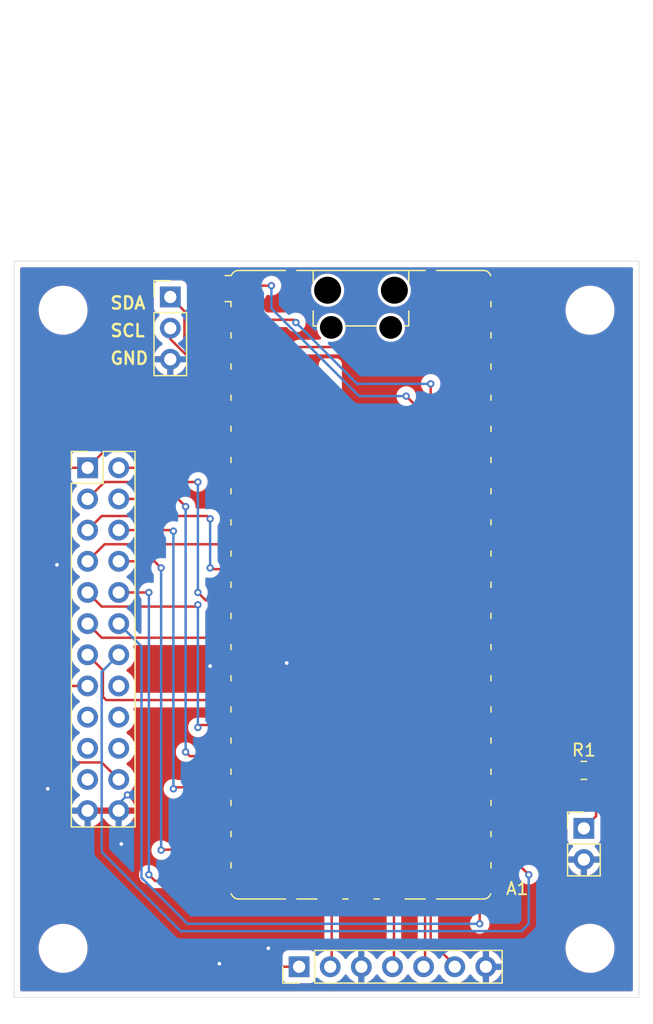
<source format=kicad_pcb>
(kicad_pcb (version 20241229) (generator "pcbnew") (generator_version "9.0")
  (layers (0 "F.Cu" signal) (2 "B.Cu" signal) (13 "F.Paste" user) (15 "B.Paste" user) (5 "F.SilkS" user "F.Silkscreen") (7 "B.SilkS" user "B.Silkscreen") (1 "F.Mask" user) (3 "B.Mask" user) (25 "Edge.Cuts" user))
  (net 0 "")
  (net 4 "SWDIO")
  (net 5 "GND")
  (net 10 "R1_COS_B")
  (net 11 "+3.3V")
  (net 14 "R0_PTT_B")
  (net 15 "DAC_LRCK")
  (net 16 "R0_COS_B")
  (net 17 "I2C_SCL")
  (net 18 "UART_RX")
  (net 19 "ADC_BCK")
  (net 20 "R0_CTCSS_B")
  (net 21 "DAC_DIN")
  (net 22 "ADC_DOUT")
  (net 23 "R1_PTT_B")
  (net 24 "~{ADC_RST}")
  (net 27 "R1_CTCSS_B")
  (net 29 "ADC_SCK")
  (net 30 "UART_TX")
  (net 31 "ADC_LRCK")
  (net 33 "DAC_BCK")
  (net 34 "SWCLK")
  (net 35 "I2C_SDA")
  (net 42 "Net-(A1-GPIO18)")
  (net 43 "LED0")
  (footprint "Module:RaspberryPi_Pico_SMD_HandSolder" (layer "F.Cu") (at 175.31 93.37)
    (property "Reference" "A1" (at 11.7475 24.765 0) (layer "F.SilkS") (effects (justify left)))
    (property "Value" "RaspberryPi_Pico")
    (fp_line (start -10.61 -23.07) (end -11.09 -23.07) (stroke (width 0.12)) (layer "F.SilkS"))
    (fp_line (start -10.61 -23.07) (end -10.61 -22.65) (stroke (width 0.12)) (layer "F.SilkS"))
    (fp_line (start -10.61 -20.53) (end -10.61 -20.11) (stroke (width 0.12)) (layer "F.SilkS"))
    (fp_line (start -10.61 -17.99) (end -10.61 -17.57) (stroke (width 0.12)) (layer "F.SilkS"))
    (fp_line (start -10.61 -15.45) (end -10.61 -15.03) (stroke (width 0.12)) (layer "F.SilkS"))
    (fp_line (start -10.61 -12.91) (end -10.61 -12.49) (stroke (width 0.12)) (layer "F.SilkS"))
    (fp_line (start -10.61 -10.37) (end -10.61 -9.95) (stroke (width 0.12)) (layer "F.SilkS"))
    (fp_line (start -10.61 -7.83) (end -10.61 -7.41) (stroke (width 0.12)) (layer "F.SilkS"))
    (fp_line (start -10.61 -5.29) (end -10.61 -4.87) (stroke (width 0.12)) (layer "F.SilkS"))
    (fp_line (start -10.61 -2.75) (end -10.61 -2.33) (stroke (width 0.12)) (layer "F.SilkS"))
    (fp_line (start -10.61 -0.21) (end -10.61 0.21) (stroke (width 0.12)) (layer "F.SilkS"))
    (fp_line (start -10.61 2.33) (end -10.61 2.75) (stroke (width 0.12)) (layer "F.SilkS"))
    (fp_line (start -10.61 4.87) (end -10.61 5.29) (stroke (width 0.12)) (layer "F.SilkS"))
    (fp_line (start -10.61 7.41) (end -10.61 7.83) (stroke (width 0.12)) (layer "F.SilkS"))
    (fp_line (start -10.61 9.95) (end -10.61 10.37) (stroke (width 0.12)) (layer "F.SilkS"))
    (fp_line (start -10.61 12.49) (end -10.61 12.91) (stroke (width 0.12)) (layer "F.SilkS"))
    (fp_line (start -10.61 15.03) (end -10.61 15.45) (stroke (width 0.12)) (layer "F.SilkS"))
    (fp_line (start -10.61 17.57) (end -10.61 17.99) (stroke (width 0.12)) (layer "F.SilkS"))
    (fp_line (start -10.61 20.11) (end -10.61 20.53) (stroke (width 0.12)) (layer "F.SilkS"))
    (fp_line (start -10.61 22.65) (end -10.61 23.07) (stroke (width 0.12)) (layer "F.SilkS"))
    (fp_line (start -10.579676 -25.19) (end -11.09 -25.19) (stroke (width 0.12)) (layer "F.SilkS"))
    (fp_line (start -10 -25.61) (end -7.51 -25.61) (stroke (width 0.12)) (layer "F.SilkS"))
    (fp_line (start -10 25.61) (end -6.162061 25.61) (stroke (width 0.12)) (layer "F.SilkS"))
    (fp_line (start -7.51 -25.61) (end -6.16206 -25.61) (stroke (width 0.12)) (layer "F.SilkS"))
    (fp_line (start -5.237939 -25.61) (end -4.235 -25.61) (stroke (width 0.12)) (layer "F.SilkS"))
    (fp_line (start -4.235 -25.61) (end 4.235 -25.61) (stroke (width 0.12)) (layer "F.SilkS"))
    (fp_line (start -3.9 -25.61) (end -3.9 -24.694) (stroke (width 0.12)) (layer "F.SilkS"))
    (fp_line (start -3.9 -22.306) (end -3.9 -21.09) (stroke (width 0.12)) (layer "F.SilkS"))
    (fp_line (start -3.9 -21.09) (end -3.60391 -21.09) (stroke (width 0.12)) (layer "F.SilkS"))
    (fp_line (start -3.6 25.61) (end -5.237939 25.61) (stroke (width 0.12)) (layer "F.SilkS"))
    (fp_line (start -1.48 25.61) (end -1.06 25.61) (stroke (width 0.12)) (layer "F.SilkS"))
    (fp_line (start -1.24609 -21.09) (end 1.24609 -21.09) (stroke (width 0.12)) (layer "F.SilkS"))
    (fp_line (start 1.06 25.61) (end 1.48 25.61) (stroke (width 0.12)) (layer "F.SilkS"))
    (fp_line (start 3.60391 -21.09) (end 3.9 -21.09) (stroke (width 0.12)) (layer "F.SilkS"))
    (fp_line (start 3.9 -25.61) (end 3.9 -24.694) (stroke (width 0.12)) (layer "F.SilkS"))
    (fp_line (start 3.9 -22.306) (end 3.9 -21.09) (stroke (width 0.12)) (layer "F.SilkS"))
    (fp_line (start 4.235 -25.61) (end 5.237939 -25.61) (stroke (width 0.12)) (layer "F.SilkS"))
    (fp_line (start 5.237939 25.61) (end 3.6 25.61) (stroke (width 0.12)) (layer "F.SilkS"))
    (fp_line (start 6.162061 -25.61) (end 7.51 -25.61) (stroke (width 0.12)) (layer "F.SilkS"))
    (fp_line (start 6.162061 25.61) (end 10 25.61) (stroke (width 0.12)) (layer "F.SilkS"))
    (fp_line (start 10 -25.61) (end 7.51 -25.61) (stroke (width 0.12)) (layer "F.SilkS"))
    (fp_line (start 10.61 -23.07) (end 10.61 -22.65) (stroke (width 0.12)) (layer "F.SilkS"))
    (fp_line (start 10.61 -20.53) (end 10.61 -20.11) (stroke (width 0.12)) (layer "F.SilkS"))
    (fp_line (start 10.61 -17.99) (end 10.61 -17.57) (stroke (width 0.12)) (layer "F.SilkS"))
    (fp_line (start 10.61 -15.45) (end 10.61 -15.03) (stroke (width 0.12)) (layer "F.SilkS"))
    (fp_line (start 10.61 -12.91) (end 10.61 -12.49) (stroke (width 0.12)) (layer "F.SilkS"))
    (fp_line (start 10.61 -10.37) (end 10.61 -9.95) (stroke (width 0.12)) (layer "F.SilkS"))
    (fp_line (start 10.61 -7.83) (end 10.61 -7.41) (stroke (width 0.12)) (layer "F.SilkS"))
    (fp_line (start 10.61 -5.29) (end 10.61 -4.87) (stroke (width 0.12)) (layer "F.SilkS"))
    (fp_line (start 10.61 -2.75) (end 10.61 -2.33) (stroke (width 0.12)) (layer "F.SilkS"))
    (fp_line (start 10.61 -0.21) (end 10.61 0.21) (stroke (width 0.12)) (layer "F.SilkS"))
    (fp_line (start 10.61 2.33) (end 10.61 2.75) (stroke (width 0.12)) (layer "F.SilkS"))
    (fp_line (start 10.61 4.87) (end 10.61 5.29) (stroke (width 0.12)) (layer "F.SilkS"))
    (fp_line (start 10.61 7.41) (end 10.61 7.83) (stroke (width 0.12)) (layer "F.SilkS"))
    (fp_line (start 10.61 9.95) (end 10.61 10.37) (stroke (width 0.12)) (layer "F.SilkS"))
    (fp_line (start 10.61 12.49) (end 10.61 12.91) (stroke (width 0.12)) (layer "F.SilkS"))
    (fp_line (start 10.61 15.03) (end 10.61 15.45) (stroke (width 0.12)) (layer "F.SilkS"))
    (fp_line (start 10.61 17.57) (end 10.61 17.99) (stroke (width 0.12)) (layer "F.SilkS"))
    (fp_line (start 10.61 20.11) (end 10.61 20.53) (stroke (width 0.12)) (layer "F.SilkS"))
    (fp_line (start 10.61 22.65) (end 10.61 23.07) (stroke (width 0.12)) (layer "F.SilkS"))
    (fp_arc (start -10.579676 -25.19) (mid -10.357938 -25.493944) (end -10 -25.61) (stroke (width 0.12)) (layer "F.SilkS"))
    (fp_arc (start -10 25.61) (mid -10.357937 25.493944) (end -10.579676 25.189937) (stroke (width 0.12)) (layer "F.SilkS"))
    (fp_arc (start 10 -25.61) (mid 10.357937 -25.493944) (end 10.579676 -25.189937) (stroke (width 0.12)) (layer "F.SilkS"))
    (fp_arc (start 10.579676 25.189937) (mid 10.357958 25.493991) (end 10 25.61) (stroke (width 0.12)) (layer "F.SilkS"))
    (pad "" smd rect (at -8.89 -24.13) (size 3.8 2.2) (drill (offset -0.8 0)) (layers "F.Paste"))
    (pad "" smd rect (at -8.89 -21.59) (size 3.8 2.2) (drill (offset -0.8 0)) (layers "F.Paste"))
    (pad "" smd rect (at -8.89 -19.05) (size 3.8 2.2) (drill (offset -0.8 0)) (layers "F.Paste"))
    (pad "" smd rect (at -8.89 -16.51) (size 3.8 2.2) (drill (offset -0.8 0)) (layers "F.Paste"))
    (pad "" smd rect (at -8.89 -13.97) (size 3.8 2.2) (drill (offset -0.8 0)) (layers "F.Paste"))
    (pad "" smd rect (at -8.89 -11.43) (size 3.8 2.2) (drill (offset -0.8 0)) (layers "F.Paste"))
    (pad "" smd rect (at -8.89 -8.89) (size 3.8 2.2) (drill (offset -0.8 0)) (layers "F.Paste"))
    (pad "" smd rect (at -8.89 -6.35) (size 3.8 2.2) (drill (offset -0.8 0)) (layers "F.Paste"))
    (pad "" smd rect (at -8.89 -3.81) (size 3.8 2.2) (drill (offset -0.8 0)) (layers "F.Paste"))
    (pad "" smd rect (at -8.89 -1.27) (size 3.8 2.2) (drill (offset -0.8 0)) (layers "F.Paste"))
    (pad "" smd rect (at -8.89 1.27) (size 3.8 2.2) (drill (offset -0.8 0)) (layers "F.Paste"))
    (pad "" smd rect (at -8.89 3.81) (size 3.8 2.2) (drill (offset -0.8 0)) (layers "F.Paste"))
    (pad "" smd rect (at -8.89 6.35) (size 3.8 2.2) (drill (offset -0.8 0)) (layers "F.Paste"))
    (pad "" smd rect (at -8.89 8.89) (size 3.8 2.2) (drill (offset -0.8 0)) (layers "F.Paste"))
    (pad "" smd rect (at -8.89 11.43) (size 3.8 2.2) (drill (offset -0.8 0)) (layers "F.Paste"))
    (pad "" smd rect (at -8.89 13.97) (size 3.8 2.2) (drill (offset -0.8 0)) (layers "F.Paste"))
    (pad "" smd rect (at -8.89 16.51) (size 3.8 2.2) (drill (offset -0.8 0)) (layers "F.Paste"))
    (pad "" smd rect (at -8.89 19.05) (size 3.8 2.2) (drill (offset -0.8 0)) (layers "F.Paste"))
    (pad "" smd rect (at -8.89 21.59) (size 3.8 2.2) (drill (offset -0.8 0)) (layers "F.Paste"))
    (pad "" smd rect (at -8.89 24.13) (size 3.8 2.2) (drill (offset -0.8 0)) (layers "F.Paste"))
    (pad "" np_thru_hole circle (at -2.725 -24) (size 2.2 2.2) (drill 2.2) (layers "*.Mask"))
    (pad "" smd rect (at -2.54 23.9) (size 2.2 3.8) (drill (offset 0 0.8)) (layers "F.Paste"))
    (pad "" np_thru_hole circle (at -2.425 -20.97) (size 1.85 1.85) (drill 1.85) (layers "*.Mask"))
    (pad "" smd rect (at 0 23.9) (size 2.2 3.8) (drill (offset 0 0.8)) (layers "F.Paste"))
    (pad "" np_thru_hole circle (at 2.425 -20.97) (size 1.85 1.85) (drill 1.85) (layers "*.Mask"))
    (pad "" smd rect (at 2.54 23.9) (size 2.2 3.8) (drill (offset 0 0.8)) (layers "F.Paste"))
    (pad "" np_thru_hole circle (at 2.725 -24) (size 2.2 2.2) (drill 2.2) (layers "*.Mask"))
    (pad "" smd rect (at 8.89 -24.13) (size 3.8 2.2) (drill (offset 0.8 0)) (layers "F.Paste"))
    (pad "" smd rect (at 8.89 -21.59) (size 3.8 2.2) (drill (offset 0.8 0)) (layers "F.Paste"))
    (pad "" smd rect (at 8.89 -19.05) (size 3.8 2.2) (drill (offset 0.8 0)) (layers "F.Paste"))
    (pad "" smd rect (at 8.89 -16.51) (size 3.8 2.2) (drill (offset 0.8 0)) (layers "F.Paste"))
    (pad "" smd rect (at 8.89 -13.97) (size 3.8 2.2) (drill (offset 0.8 0)) (layers "F.Paste"))
    (pad "" smd rect (at 8.89 -11.43) (size 3.8 2.2) (drill (offset 0.8 0)) (layers "F.Paste"))
    (pad "" smd rect (at 8.89 -8.89) (size 3.8 2.2) (drill (offset 0.8 0)) (layers "F.Paste"))
    (pad "" smd rect (at 8.89 -6.35) (size 3.8 2.2) (drill (offset 0.8 0)) (layers "F.Paste"))
    (pad "" smd rect (at 8.89 -3.81) (size 3.8 2.2) (drill (offset 0.8 0)) (layers "F.Paste"))
    (pad "" smd rect (at 8.89 -1.27) (size 3.8 2.2) (drill (offset 0.8 0)) (layers "F.Paste"))
    (pad "" smd rect (at 8.89 1.27) (size 3.8 2.2) (drill (offset 0.8 0)) (layers "F.Paste"))
    (pad "" smd rect (at 8.89 3.81) (size 3.8 2.2) (drill (offset 0.8 0)) (layers "F.Paste"))
    (pad "" smd rect (at 8.89 6.35) (size 3.8 2.2) (drill (offset 0.8 0)) (layers "F.Paste"))
    (pad "" smd rect (at 8.89 8.89) (size 3.8 2.2) (drill (offset 0.8 0)) (layers "F.Paste"))
    (pad "" smd rect (at 8.89 11.43) (size 3.8 2.2) (drill (offset 0.8 0)) (layers "F.Paste"))
    (pad "" smd rect (at 8.89 13.97) (size 3.8 2.2) (drill (offset 0.8 0)) (layers "F.Paste"))
    (pad "" smd rect (at 8.89 16.51) (size 3.8 2.2) (drill (offset 0.8 0)) (layers "F.Paste"))
    (pad "" smd rect (at 8.89 19.05) (size 3.8 2.2) (drill (offset 0.8 0)) (layers "F.Paste"))
    (pad "" smd rect (at 8.89 21.59) (size 3.8 2.2) (drill (offset 0.8 0)) (layers "F.Paste"))
    (pad "" smd rect (at 8.89 24.13) (size 3.8 2.2) (drill (offset 0.8 0)) (layers "F.Paste"))
    (pad "1" smd custom (at -9.69 -24.13) (size 1.6 0.8) (layers "F.Cu" "F.Mask") (net 30 "UART_TX") (options (clearance outline) (anchor rect)) (primitives (gr_circle (center 0.8 0) (end 1.6 0) (width 0) (fill yes)) (gr_poly (pts (xy -1.6 -0.6) (xy -1.6 0.6) (xy -1.4 0.8) (xy 0.8 0.8) (xy 0.8 -0.8) (xy -1.4 -0.8)) (width 0) (fill yes)) (gr_circle (center -1.4 -0.6) (end -1.2 -0.6) (width 0) (fill yes)) (gr_circle (center -1.4 0.6) (end -1.2 0.6) (width 0) (fill yes))))
    (pad "2" smd roundrect (at -9.69 -21.59) (size 3.2 1.6) (layers "F.Cu" "F.Mask") (roundrect_rratio 0.5) (net 18 "UART_RX"))
    (pad "3" smd custom (at -9.69 -19.05) (size 1.6 0.8) (layers "F.Cu" "F.Mask") (net 5 "GND") (options (clearance outline) (anchor rect)) (primitives (gr_circle (center -0.8 0) (end 0 0) (width 0) (fill yes)) (gr_poly (pts (xy 1.6 -0.6) (xy 1.6 0.6) (xy 1.4 0.8) (xy -0.8 0.8) (xy -0.8 -0.8) (xy 1.4 -0.8)) (width 0) (fill yes)) (gr_circle (center 1.4 -0.6) (end 1.6 -0.6) (width 0) (fill yes)) (gr_circle (center 1.4 0.6) (end 1.6 0.6) (width 0) (fill yes))))
    (pad "4" smd roundrect (at -9.69 -16.51) (size 3.2 1.6) (layers "F.Cu" "F.Mask") (roundrect_rratio 0.5) (net 35 "I2C_SDA"))
    (pad "5" smd roundrect (at -9.69 -13.97) (size 3.2 1.6) (layers "F.Cu" "F.Mask") (roundrect_rratio 0.5) (net 17 "I2C_SCL"))
    (pad "6" smd roundrect (at -9.69 -11.43) (size 3.2 1.6) (layers "F.Cu" "F.Mask") (roundrect_rratio 0.5) (net 29 "ADC_SCK"))
    (pad "7" smd roundrect (at -9.69 -8.89) (size 3.2 1.6) (layers "F.Cu" "F.Mask") (roundrect_rratio 0.5) (net 24 "~{ADC_RST}"))
    (pad "8" smd custom (at -9.69 -6.35) (size 1.6 0.8) (layers "F.Cu" "F.Mask") (net 5 "GND") (options (clearance outline) (anchor rect)) (primitives (gr_circle (center -0.8 0) (end 0 0) (width 0) (fill yes)) (gr_poly (pts (xy 1.6 -0.6) (xy 1.6 0.6) (xy 1.4 0.8) (xy -0.8 0.8) (xy -0.8 -0.8) (xy 1.4 -0.8)) (width 0) (fill yes)) (gr_circle (center 1.4 -0.6) (end 1.6 -0.6) (width 0) (fill yes)) (gr_circle (center 1.4 0.6) (end 1.6 0.6) (width 0) (fill yes))))
    (pad "9" smd roundrect (at -9.69 -3.81) (size 3.2 1.6) (layers "F.Cu" "F.Mask") (roundrect_rratio 0.5) (net 22 "ADC_DOUT"))
    (pad "10" smd roundrect (at -9.69 -1.27) (size 3.2 1.6) (layers "F.Cu" "F.Mask") (roundrect_rratio 0.5) (net 19 "ADC_BCK"))
    (pad "11" smd roundrect (at -9.69 1.27) (size 3.2 1.6) (layers "F.Cu" "F.Mask") (roundrect_rratio 0.5) (net 31 "ADC_LRCK"))
    (pad "12" smd roundrect (at -9.69 3.81) (size 3.2 1.6) (layers "F.Cu" "F.Mask") (roundrect_rratio 0.5) (net 21 "DAC_DIN"))
    (pad "13" smd custom (at -9.69 6.35) (size 1.6 0.8) (layers "F.Cu" "F.Mask") (net 5 "GND") (options (clearance outline) (anchor rect)) (primitives (gr_circle (center -0.8 0) (end 0 0) (width 0) (fill yes)) (gr_poly (pts (xy 1.6 -0.6) (xy 1.6 0.6) (xy 1.4 0.8) (xy -0.8 0.8) (xy -0.8 -0.8) (xy 1.4 -0.8)) (width 0) (fill yes)) (gr_circle (center 1.4 -0.6) (end 1.6 -0.6) (width 0) (fill yes)) (gr_circle (center 1.4 0.6) (end 1.6 0.6) (width 0) (fill yes))))
    (pad "14" smd roundrect (at -9.69 8.89) (size 3.2 1.6) (layers "F.Cu" "F.Mask") (roundrect_rratio 0.5) (net 33 "DAC_BCK"))
    (pad "15" smd roundrect (at -9.69 11.43) (size 3.2 1.6) (layers "F.Cu" "F.Mask") (roundrect_rratio 0.5) (net 15 "DAC_LRCK"))
    (pad "16" smd roundrect (at -9.69 13.97) (size 3.2 1.6) (layers "F.Cu" "F.Mask") (roundrect_rratio 0.5) (net 14 "R0_PTT_B"))
    (pad "17" smd roundrect (at -9.69 16.51) (size 3.2 1.6) (layers "F.Cu" "F.Mask") (roundrect_rratio 0.5) (net 20 "R0_CTCSS_B"))
    (pad "18" smd custom (at -9.69 19.05) (size 1.6 0.8) (layers "F.Cu" "F.Mask") (net 5 "GND") (options (clearance outline) (anchor rect)) (primitives (gr_circle (center -0.8 0) (end 0 0) (width 0) (fill yes)) (gr_poly (pts (xy 1.6 -0.6) (xy 1.6 0.6) (xy 1.4 0.8) (xy -0.8 0.8) (xy -0.8 -0.8) (xy 1.4 -0.8)) (width 0) (fill yes)) (gr_circle (center 1.4 -0.6) (end 1.6 -0.6) (width 0) (fill yes)) (gr_circle (center 1.4 0.6) (end 1.6 0.6) (width 0) (fill yes))))
    (pad "19" smd roundrect (at -9.69 21.59) (size 3.2 1.6) (layers "F.Cu" "F.Mask") (roundrect_rratio 0.5) (net 16 "R0_COS_B"))
    (pad "20" smd roundrect (at -9.69 24.13) (size 3.2 1.6) (layers "F.Cu" "F.Mask") (roundrect_rratio 0.5) (net 23 "R1_PTT_B"))
    (pad "21" smd roundrect (at 9.69 24.13) (size 3.2 1.6) (layers "F.Cu" "F.Mask") (roundrect_rratio 0.5) (net 27 "R1_CTCSS_B"))
    (pad "22" smd roundrect (at 9.69 21.59) (size 3.2 1.6) (layers "F.Cu" "F.Mask") (roundrect_rratio 0.5) (net 10 "R1_COS_B"))
    (pad "23" smd custom (at 9.69 19.05) (size 1.6 0.8) (layers "F.Cu" "F.Mask") (net 5 "GND") (options (clearance outline) (anchor rect)) (primitives (gr_circle (center 0.8 0) (end 1.6 0) (width 0) (fill yes)) (gr_poly (pts (xy -1.6 -0.6) (xy -1.6 0.6) (xy -1.4 0.8) (xy 0.8 0.8) (xy 0.8 -0.8) (xy -1.4 -0.8)) (width 0) (fill yes)) (gr_circle (center -1.4 -0.6) (end -1.2 -0.6) (width 0) (fill yes)) (gr_circle (center -1.4 0.6) (end -1.2 0.6) (width 0) (fill yes))))
    (pad "24" smd roundrect (at 9.69 16.51) (size 3.2 1.6) (layers "F.Cu" "F.Mask") (roundrect_rratio 0.5) (net 42 "Net-(A1-GPIO18)"))
    (pad "25" smd roundrect (at 9.69 13.97) (size 3.2 1.6) (layers "F.Cu" "F.Mask") (roundrect_rratio 0.5))
    (pad "26" smd roundrect (at 9.69 11.43) (size 3.2 1.6) (layers "F.Cu" "F.Mask") (roundrect_rratio 0.5))
    (pad "27" smd roundrect (at 9.69 8.89) (size 3.2 1.6) (layers "F.Cu" "F.Mask") (roundrect_rratio 0.5))
    (pad "28" smd custom (at 9.69 6.35) (size 1.6 0.8) (layers "F.Cu" "F.Mask") (net 5 "GND") (options (clearance outline) (anchor rect)) (primitives (gr_circle (center 0.8 0) (end 1.6 0) (width 0) (fill yes)) (gr_poly (pts (xy -1.6 -0.6) (xy -1.6 0.6) (xy -1.4 0.8) (xy 0.8 0.8) (xy 0.8 -0.8) (xy -1.4 -0.8)) (width 0) (fill yes)) (gr_circle (center -1.4 -0.6) (end -1.2 -0.6) (width 0) (fill yes)) (gr_circle (center -1.4 0.6) (end -1.2 0.6) (width 0) (fill yes))))
    (pad "29" smd roundrect (at 9.69 3.81) (size 3.2 1.6) (layers "F.Cu" "F.Mask") (roundrect_rratio 0.5))
    (pad "30" smd roundrect (at 9.69 1.27) (size 3.2 1.6) (layers "F.Cu" "F.Mask") (roundrect_rratio 0.5))
    (pad "31" smd roundrect (at 9.69 -1.27) (size 3.2 1.6) (layers "F.Cu" "F.Mask") (roundrect_rratio 0.5))
    (pad "32" smd roundrect (at 9.69 -3.81) (size 3.2 1.6) (layers "F.Cu" "F.Mask") (roundrect_rratio 0.5))
    (pad "33" smd custom (at 9.69 -6.35) (size 1.6 0.8) (layers "F.Cu" "F.Mask") (options (clearance outline) (anchor rect)) (primitives (gr_circle (center 0.8 0) (end 1.6 0) (width 0) (fill yes)) (gr_poly (pts (xy -1.6 -0.6) (xy -1.6 0.6) (xy -1.4 0.8) (xy 0.8 0.8) (xy 0.8 -0.8) (xy -1.4 -0.8)) (width 0) (fill yes)) (gr_circle (center -1.4 -0.6) (end -1.2 -0.6) (width 0) (fill yes)) (gr_circle (center -1.4 0.6) (end -1.2 0.6) (width 0) (fill yes))))
    (pad "34" smd roundrect (at 9.69 -8.89) (size 3.2 1.6) (layers "F.Cu" "F.Mask") (roundrect_rratio 0.5))
    (pad "35" smd roundrect (at 9.69 -11.43) (size 3.2 1.6) (layers "F.Cu" "F.Mask") (roundrect_rratio 0.5))
    (pad "36" smd roundrect (at 9.69 -13.97) (size 3.2 1.6) (layers "F.Cu" "F.Mask") (roundrect_rratio 0.5))
    (pad "37" smd roundrect (at 9.69 -16.51) (size 3.2 1.6) (layers "F.Cu" "F.Mask") (roundrect_rratio 0.5))
    (pad "38" smd custom (at 9.69 -19.05) (size 1.6 0.8) (layers "F.Cu" "F.Mask") (net 5 "GND") (options (clearance outline) (anchor rect)) (primitives (gr_circle (center 0.8 0) (end 1.6 0) (width 0) (fill yes)) (gr_poly (pts (xy -1.6 -0.6) (xy -1.6 0.6) (xy -1.4 0.8) (xy 0.8 0.8) (xy 0.8 -0.8) (xy -1.4 -0.8)) (width 0) (fill yes)) (gr_circle (center -1.4 -0.6) (end -1.2 -0.6) (width 0) (fill yes)) (gr_circle (center -1.4 0.6) (end -1.2 0.6) (width 0) (fill yes))))
    (pad "39" smd roundrect (at 9.69 -21.59) (size 3.2 1.6) (layers "F.Cu" "F.Mask") (roundrect_rratio 0.5) (net 11 "+3.3V"))
    (pad "40" smd roundrect (at 9.69 -24.13) (size 3.2 1.6) (layers "F.Cu" "F.Mask") (roundrect_rratio 0.5))
    (pad "D1" smd roundrect (at -2.54 23.9 90) (size 3.2 1.6) (drill (offset -0.8 0)) (layers "F.Cu" "F.Mask") (roundrect_rratio 0.5) (net 34 "SWCLK"))
    (pad "D2" smd custom (at 0 23.9 270) (size 1.6 1.6) (layers "F.Cu" "F.Mask") (net 5 "GND") (options (clearance outline) (anchor circle)) (primitives (gr_poly (pts (xy -0.8 -0.6) (xy -0.8 0.6) (xy -0.6 0.8) (xy 1.6 0.8) (xy 1.6 -0.8) (xy -0.6 -0.8)) (width 0) (fill yes)) (gr_circle (center -0.6 0.6) (end -0.4 0.6) (width 0) (fill yes)) (gr_circle (center -0.6 -0.6) (end -0.4 -0.6) (width 0) (fill yes)) (gr_circle (center 1.6 0) (end 2.4 0) (width 0) (fill yes))))
    (pad "D3" smd roundrect (at 2.54 23.9 90) (size 3.2 1.6) (drill (offset -0.8 0)) (layers "F.Cu" "F.Mask") (roundrect_rratio 0.5) (net 4 "SWDIO"))
    (zone (net 0) (net_name "") (layers "F.Cu" "F.Paste") (name "Pad Keep Out TP6") (connect_pads (clearance 0)) (min_thickness 0.25)
      (keepout (tracks not_allowed) (vias not_allowed) (pads not_allowed) (copperpour not_allowed) (footprints allowed))
      (fill (thermal_gap 0.5) (thermal_bridge_width 0.5))
      (polygon (pts (xy 172.294455 83.317861) (xy 172.167833 83.283932) (xy 172.054306 83.218388) (xy 171.961612 83.125694) (xy 171.896068 83.012167) (xy 171.862139 82.885545) (xy 171.86 82.82) (xy 171.86 79.12) (xy 173.76 79.12) (xy 173.76 82.82) (xy 173.757861 82.885545) (xy 173.723932 83.012167) (xy 173.658388 83.125694) (xy 173.565694 83.218388) (xy 173.452167 83.283932) (xy 173.325545 83.317861) (xy 173.26 83.32) (xy 172.36 83.32)))
    )
    (zone (net 0) (net_name "") (layers "F.Cu" "F.Paste") (name "Pad Keep Out TP3") (connect_pads (clearance 0)) (min_thickness 0.25)
      (keepout (tracks not_allowed) (vias not_allowed) (pads not_allowed) (copperpour not_allowed) (footprints allowed))
      (fill (thermal_gap 0.5) (thermal_bridge_width 0.5))
      (polygon (pts (xy 173.362139 68.554455) (xy 173.396068 68.427833) (xy 173.461612 68.314306) (xy 173.554306 68.221612) (xy 173.667833 68.156068) (xy 173.794455 68.122139) (xy 173.86 68.12) (xy 174.31 68.12) (xy 174.31 70.02) (xy 173.86 70.02) (xy 173.794455 70.017861) (xy 173.667833 69.983932) (xy 173.554306 69.918388) (xy 173.461612 69.825694) (xy 173.396068 69.712167) (xy 173.362139 69.585545) (xy 173.36 69.52) (xy 173.36 68.62)))
    )
    (zone (net 0) (net_name "") (layers "F.Cu" "F.Paste") (name "Pad Keep Out TP4") (connect_pads (clearance 0)) (min_thickness 0.25)
      (keepout (tracks not_allowed) (vias not_allowed) (pads not_allowed) (copperpour not_allowed) (footprints allowed))
      (fill (thermal_gap 0.5) (thermal_bridge_width 0.5))
      (polygon (pts (xy 173.76 79.12) (xy 173.76 75.42) (xy 173.757861 75.354455) (xy 173.723933 75.227833) (xy 173.658388 75.114306) (xy 173.565694 75.021612) (xy 173.452167 74.956067) (xy 173.325545 74.922139) (xy 173.26 74.92) (xy 172.36 74.92) (xy 172.294455 74.922139) (xy 172.167833 74.956067) (xy 172.054306 75.021612) (xy 171.961612 75.114306) (xy 171.896067 75.227833) (xy 171.862139 75.354455) (xy 171.86 75.42) (xy 171.86 79.12)))
    )
    (zone (net 0) (net_name "") (layers "F.Cu" "F.Paste") (name "Pad Keep Out TP3") (connect_pads (clearance 0)) (min_thickness 0.25)
      (keepout (tracks not_allowed) (vias not_allowed) (pads not_allowed) (copperpour not_allowed) (footprints allowed))
      (fill (thermal_gap 0.5) (thermal_bridge_width 0.5))
      (polygon (pts (xy 174.31 70.02) (xy 174.76 70.02) (xy 174.825545 70.017861) (xy 174.952167 69.983933) (xy 175.065694 69.918388) (xy 175.158388 69.825694) (xy 175.223933 69.712167) (xy 175.257861 69.585545) (xy 175.26 69.52) (xy 175.26 68.62) (xy 175.257861 68.554455) (xy 175.223933 68.427833) (xy 175.158388 68.314306) (xy 175.065694 68.221612) (xy 174.952167 68.156067) (xy 174.825545 68.122139) (xy 174.76 68.12) (xy 174.31 68.12)))
    )
    (zone (net 0) (net_name "") (layers "F.Cu" "F.Paste") (name "Pad Keep Out TP1") (connect_pads (clearance 0)) (min_thickness 0.25)
      (keepout (tracks not_allowed) (vias not_allowed) (pads not_allowed) (copperpour not_allowed) (footprints allowed))
      (fill (thermal_gap 0.5) (thermal_bridge_width 0.5))
      (polygon (pts (xy 174.362139 71.854455) (xy 174.396068 71.727833) (xy 174.461612 71.614306) (xy 174.554306 71.521612) (xy 174.667833 71.456068) (xy 174.794455 71.422139) (xy 174.86 71.42) (xy 175.31 71.42) (xy 175.31 73.32) (xy 174.86 73.32) (xy 174.794455 73.317861) (xy 174.667833 73.283932) (xy 174.554306 73.218388) (xy 174.461612 73.125694) (xy 174.396068 73.012167) (xy 174.362139 72.885545) (xy 174.36 72.82) (xy 174.36 71.92)))
    )
    (zone (net 0) (net_name "") (layers "F.Cu" "F.Paste") (name "Pad Keep Out TP1") (connect_pads (clearance 0)) (min_thickness 0.25)
      (keepout (tracks not_allowed) (vias not_allowed) (pads not_allowed) (copperpour not_allowed) (footprints allowed))
      (fill (thermal_gap 0.5) (thermal_bridge_width 0.5))
      (polygon (pts (xy 175.31 73.32) (xy 175.76 73.32) (xy 175.825545 73.317861) (xy 175.952167 73.283933) (xy 176.065694 73.218388) (xy 176.158388 73.125694) (xy 176.223933 73.012167) (xy 176.257861 72.885545) (xy 176.26 72.82) (xy 176.26 71.92) (xy 176.257861 71.854455) (xy 176.223933 71.727833) (xy 176.158388 71.614306) (xy 176.065694 71.521612) (xy 175.952167 71.456067) (xy 175.825545 71.422139) (xy 175.76 71.42) (xy 175.31 71.42)))
    )
    (zone (net 0) (net_name "") (layers "F.Cu" "F.Paste") (name "Pad Keep Out TP2") (connect_pads (clearance 0)) (min_thickness 0.25)
      (keepout (tracks not_allowed) (vias not_allowed) (pads not_allowed) (copperpour not_allowed) (footprints allowed))
      (fill (thermal_gap 0.5) (thermal_bridge_width 0.5))
      (polygon (pts (xy 175.362139 68.569455) (xy 175.396068 68.442833) (xy 175.461612 68.329306) (xy 175.554306 68.236612) (xy 175.667833 68.171068) (xy 175.794455 68.137139) (xy 175.86 68.135) (xy 176.31 68.135) (xy 176.31 70.035) (xy 175.86 70.035) (xy 175.794455 70.032861) (xy 175.667833 69.998932) (xy 175.554306 69.933388) (xy 175.461612 69.840694) (xy 175.396068 69.727167) (xy 175.362139 69.600545) (xy 175.36 69.535) (xy 175.36 68.635)))
    )
    (zone (net 0) (net_name "") (layers "F.Cu" "F.Paste") (name "Pad Keep Out TP7") (connect_pads (clearance 0)) (min_thickness 0.25)
      (keepout (tracks not_allowed) (vias not_allowed) (pads not_allowed) (copperpour not_allowed) (footprints allowed))
      (fill (thermal_gap 0.5) (thermal_bridge_width 0.5))
      (polygon (pts (xy 175.362139 87.854455) (xy 175.396068 87.727833) (xy 175.461612 87.614306) (xy 175.554306 87.521612) (xy 175.667833 87.456068) (xy 175.794455 87.422139) (xy 175.86 87.42) (xy 176.31 87.42) (xy 176.31 89.32) (xy 175.86 89.32) (xy 175.794455 89.317861) (xy 175.667833 89.283932) (xy 175.554306 89.218388) (xy 175.461612 89.125694) (xy 175.396068 89.012167) (xy 175.362139 88.885545) (xy 175.36 88.82) (xy 175.36 87.92)))
    )
    (zone (net 0) (net_name "") (layers "F.Cu" "F.Paste") (name "Pad Keep Out TP2") (connect_pads (clearance 0)) (min_thickness 0.25)
      (keepout (tracks not_allowed) (vias not_allowed) (pads not_allowed) (copperpour not_allowed) (footprints allowed))
      (fill (thermal_gap 0.5) (thermal_bridge_width 0.5))
      (polygon (pts (xy 176.31 70.035) (xy 176.76 70.035) (xy 176.825545 70.032861) (xy 176.952167 69.998933) (xy 177.065694 69.933388) (xy 177.158388 69.840694) (xy 177.223933 69.727167) (xy 177.257861 69.600545) (xy 177.26 69.535) (xy 177.26 68.635) (xy 177.257861 68.569455) (xy 177.223933 68.442833) (xy 177.158388 68.329306) (xy 177.065694 68.236612) (xy 176.952167 68.171067) (xy 176.825545 68.137139) (xy 176.76 68.135) (xy 176.31 68.135)))
    )
    (zone (net 0) (net_name "") (layers "F.Cu" "F.Paste") (name "Pad Keep Out TP7") (connect_pads (clearance 0)) (min_thickness 0.25)
      (keepout (tracks not_allowed) (vias not_allowed) (pads not_allowed) (copperpour not_allowed) (footprints allowed))
      (fill (thermal_gap 0.5) (thermal_bridge_width 0.5))
      (polygon (pts (xy 176.31 89.32) (xy 176.76 89.32) (xy 176.825545 89.317861) (xy 176.952167 89.283933) (xy 177.065694 89.218388) (xy 177.158388 89.125694) (xy 177.223933 89.012167) (xy 177.257861 88.885545) (xy 177.26 88.82) (xy 177.26 87.92) (xy 177.257861 87.854455) (xy 177.223933 87.727833) (xy 177.158388 87.614306) (xy 177.065694 87.521612) (xy 176.952167 87.456067) (xy 176.825545 87.422139) (xy 176.76 87.42) (xy 176.31 87.42)))
    )
  )
  (footprint "Connector_PinHeader_2.54mm:PinHeader_1x02_P2.54mm_Vertical" (layer "F.Cu") (at 193.5 113.225)
    (property "Reference" "J2" (hide yes))
    (property "Value" "LED0")
    (fp_line (start -1.33 -1.33) (end 0 -1.33) (stroke (width 0.12)) (layer "F.SilkS"))
    (fp_line (start -1.33 0) (end -1.33 -1.33) (stroke (width 0.12)) (layer "F.SilkS"))
    (fp_line (start -1.33 1.27) (end -1.33 3.87) (stroke (width 0.12)) (layer "F.SilkS"))
    (fp_line (start -1.33 1.27) (end 1.33 1.27) (stroke (width 0.12)) (layer "F.SilkS"))
    (fp_line (start -1.33 3.87) (end 1.33 3.87) (stroke (width 0.12)) (layer "F.SilkS"))
    (fp_line (start 1.33 1.27) (end 1.33 3.87) (stroke (width 0.12)) (layer "F.SilkS"))
    (pad "1" thru_hole rect (at 0 0) (size 1.7 1.7) (drill 1) (layers "*.Cu" "*.Mask") (net 43 "LED0"))
    (pad "2" thru_hole oval (at 0 2.54) (size 1.7 1.7) (drill 1) (layers "*.Cu" "*.Mask") (net 5 "GND"))
  )
  (footprint "MountingHole:MountingHole_3.5mm" (layer "F.Cu") (at 194 123)
    (property "Reference" "H4" (hide yes))
    (property "Value" "MountingHole")
    (pad "" np_thru_hole circle (at 0 0) (size 3.5 3.5) (drill 3.5) (layers "*.Cu" "*.Mask"))
  )
  (footprint "MountingHole:MountingHole_3.5mm" (layer "F.Cu") (at 194 71)
    (property "Reference" "H2" (hide yes))
    (property "Value" "MountingHole")
    (pad "" np_thru_hole circle (at 0 0) (size 3.5 3.5) (drill 3.5) (layers "*.Cu" "*.Mask"))
  )
  (footprint "MountingHole:MountingHole_3.5mm" (layer "F.Cu") (at 151 123)
    (property "Reference" "H3" (hide yes))
    (property "Value" "MountingHole")
    (pad "" np_thru_hole circle (at 0 0) (size 3.5 3.5) (drill 3.5) (layers "*.Cu" "*.Mask"))
  )
  (footprint "Connector_PinHeader_2.54mm:PinHeader_1x03_P2.54mm_Vertical" (layer "F.Cu") (at 159.75 69.92)
    (property "Reference" "J4" (hide yes))
    (property "Value" "I2C")
    (fp_line (start -1.33 -1.33) (end 0 -1.33) (stroke (width 0.12)) (layer "F.SilkS"))
    (fp_line (start -1.33 0) (end -1.33 -1.33) (stroke (width 0.12)) (layer "F.SilkS"))
    (fp_line (start -1.33 1.27) (end -1.33 6.41) (stroke (width 0.12)) (layer "F.SilkS"))
    (fp_line (start -1.33 1.27) (end 1.33 1.27) (stroke (width 0.12)) (layer "F.SilkS"))
    (fp_line (start -1.33 6.41) (end 1.33 6.41) (stroke (width 0.12)) (layer "F.SilkS"))
    (fp_line (start 1.33 1.27) (end 1.33 6.41) (stroke (width 0.12)) (layer "F.SilkS"))
    (pad "1" thru_hole rect (at 0 0) (size 1.7 1.7) (drill 1) (layers "*.Cu" "*.Mask") (net 35 "I2C_SDA"))
    (pad "2" thru_hole oval (at 0 2.54) (size 1.7 1.7) (drill 1) (layers "*.Cu" "*.Mask") (net 17 "I2C_SCL"))
    (pad "3" thru_hole oval (at 0 5.08) (size 1.7 1.7) (drill 1) (layers "*.Cu" "*.Mask") (net 5 "GND"))
  )
  (footprint "Resistor_SMD:R_0805_2012Metric_Pad1.20x1.40mm_HandSolder" (layer "F.Cu") (at 193.5 108.5)
    (property "Reference" "R1" (at 0 -1.65 0) (layer "F.SilkS"))
    (property "Value" "220")
    (fp_line (start -0.227064 -0.735) (end 0.227064 -0.735) (stroke (width 0.12)) (layer "F.SilkS"))
    (fp_line (start -0.227064 0.735) (end 0.227064 0.735) (stroke (width 0.12)) (layer "F.SilkS"))
    (pad "1" smd roundrect (at -1 0) (size 1.2 1.4) (layers "F.Cu" "F.Mask" "F.Paste") (roundrect_rratio 0.208333) (net 42 "Net-(A1-GPIO18)"))
    (pad "2" smd roundrect (at 1 0) (size 1.2 1.4) (layers "F.Cu" "F.Mask" "F.Paste") (roundrect_rratio 0.208333) (net 43 "LED0"))
  )
  (footprint "Connector_PinHeader_2.54mm:PinHeader_1x07_P2.54mm_Vertical" (layer "F.Cu") (at 170.26 124.5 90)
    (property "Reference" "J1" (hide yes))
    (property "Value" "Conn_01x07")
    (fp_line (start -1.33 -1.33) (end 0 -1.33) (stroke (width 0.12)) (layer "F.SilkS"))
    (fp_line (start -1.33 0) (end -1.33 -1.33) (stroke (width 0.12)) (layer "F.SilkS"))
    (fp_line (start 1.33 1.27) (end 1.33 16.57) (stroke (width 0.12)) (layer "F.SilkS"))
    (fp_line (start -1.33 1.27) (end 1.33 1.27) (stroke (width 0.12)) (layer "F.SilkS"))
    (fp_line (start -1.33 1.27) (end -1.33 16.57) (stroke (width 0.12)) (layer "F.SilkS"))
    (fp_line (start -1.33 16.57) (end 1.33 16.57) (stroke (width 0.12)) (layer "F.SilkS"))
    (pad "1" thru_hole rect (at 0 0 90) (size 1.7 1.7) (drill 1) (layers "*.Cu" "*.Mask") (net 11 "+3.3V"))
    (pad "2" thru_hole oval (at 0 2.54 90) (size 1.7 1.7) (drill 1) (layers "*.Cu" "*.Mask") (net 34 "SWCLK"))
    (pad "3" thru_hole oval (at 0 5.08 90) (size 1.7 1.7) (drill 1) (layers "*.Cu" "*.Mask") (net 5 "GND"))
    (pad "4" thru_hole oval (at 0 7.62 90) (size 1.7 1.7) (drill 1) (layers "*.Cu" "*.Mask") (net 4 "SWDIO"))
    (pad "5" thru_hole oval (at 0 10.16 90) (size 1.7 1.7) (drill 1) (layers "*.Cu" "*.Mask") (net 30 "UART_TX"))
    (pad "6" thru_hole oval (at 0 12.7 90) (size 1.7 1.7) (drill 1) (layers "*.Cu" "*.Mask") (net 18 "UART_RX"))
    (pad "7" thru_hole oval (at 0 15.24 90) (size 1.7 1.7) (drill 1) (layers "*.Cu" "*.Mask") (net 5 "GND"))
  )
  (footprint "Connector_PinHeader_2.54mm:PinHeader_2x12_P2.54mm_Vertical" (layer "F.Cu") (at 153 83.84)
    (property "Reference" "J3" (hide yes))
    (property "Value" "RadioInterface")
    (fp_line (start -1.33 -1.33) (end 0 -1.33) (stroke (width 0.12)) (layer "F.SilkS"))
    (fp_line (start -1.33 0) (end -1.33 -1.33) (stroke (width 0.12)) (layer "F.SilkS"))
    (fp_line (start -1.33 1.27) (end -1.33 29.27) (stroke (width 0.12)) (layer "F.SilkS"))
    (fp_line (start -1.33 1.27) (end 1.27 1.27) (stroke (width 0.12)) (layer "F.SilkS"))
    (fp_line (start -1.33 29.27) (end 3.87 29.27) (stroke (width 0.12)) (layer "F.SilkS"))
    (fp_line (start 1.27 -1.33) (end 3.87 -1.33) (stroke (width 0.12)) (layer "F.SilkS"))
    (fp_line (start 1.27 1.27) (end 1.27 -1.33) (stroke (width 0.12)) (layer "F.SilkS"))
    (fp_line (start 3.87 -1.33) (end 3.87 29.27) (stroke (width 0.12)) (layer "F.SilkS"))
    (pad "1" thru_hole rect (at 0 0) (size 1.7 1.7) (drill 1) (layers "*.Cu" "*.Mask") (net 29 "ADC_SCK"))
    (pad "2" thru_hole oval (at 2.54 0) (size 1.7 1.7) (drill 1) (layers "*.Cu" "*.Mask") (net 24 "~{ADC_RST}"))
    (pad "3" thru_hole oval (at 0 2.54) (size 1.7 1.7) (drill 1) (layers "*.Cu" "*.Mask") (net 31 "ADC_LRCK"))
    (pad "4" thru_hole oval (at 2.54 2.54) (size 1.7 1.7) (drill 1) (layers "*.Cu" "*.Mask") (net 14 "R0_PTT_B"))
    (pad "5" thru_hole oval (at 0 5.08) (size 1.7 1.7) (drill 1) (layers "*.Cu" "*.Mask") (net 19 "ADC_BCK"))
    (pad "6" thru_hole oval (at 2.54 5.08) (size 1.7 1.7) (drill 1) (layers "*.Cu" "*.Mask") (net 20 "R0_CTCSS_B"))
    (pad "7" thru_hole oval (at 0 7.62) (size 1.7 1.7) (drill 1) (layers "*.Cu" "*.Mask") (net 22 "ADC_DOUT"))
    (pad "8" thru_hole oval (at 2.54 7.62) (size 1.7 1.7) (drill 1) (layers "*.Cu" "*.Mask") (net 16 "R0_COS_B"))
    (pad "9" thru_hole oval (at 0 10.16) (size 1.7 1.7) (drill 1) (layers "*.Cu" "*.Mask") (net 15 "DAC_LRCK"))
    (pad "10" thru_hole oval (at 2.54 10.16) (size 1.7 1.7) (drill 1) (layers "*.Cu" "*.Mask") (net 23 "R1_PTT_B"))
    (pad "11" thru_hole oval (at 0 12.7) (size 1.7 1.7) (drill 1) (layers "*.Cu" "*.Mask") (net 21 "DAC_DIN"))
    (pad "12" thru_hole oval (at 2.54 12.7) (size 1.7 1.7) (drill 1) (layers "*.Cu" "*.Mask") (net 27 "R1_CTCSS_B"))
    (pad "13" thru_hole oval (at 0 15.24) (size 1.7 1.7) (drill 1) (layers "*.Cu" "*.Mask") (net 33 "DAC_BCK"))
    (pad "14" thru_hole oval (at 2.54 15.24) (size 1.7 1.7) (drill 1) (layers "*.Cu" "*.Mask") (net 10 "R1_COS_B"))
    (pad "15" thru_hole oval (at 0 17.78) (size 1.7 1.7) (drill 1) (layers "*.Cu" "*.Mask") (net 29 "ADC_SCK"))
    (pad "16" thru_hole oval (at 2.54 17.78) (size 1.7 1.7) (drill 1) (layers "*.Cu" "*.Mask"))
    (pad "17" thru_hole oval (at 0 20.32) (size 1.7 1.7) (drill 1) (layers "*.Cu" "*.Mask"))
    (pad "18" thru_hole oval (at 2.54 20.32) (size 1.7 1.7) (drill 1) (layers "*.Cu" "*.Mask"))
    (pad "19" thru_hole oval (at 0 22.86) (size 1.7 1.7) (drill 1) (layers "*.Cu" "*.Mask"))
    (pad "20" thru_hole oval (at 2.54 22.86) (size 1.7 1.7) (drill 1) (layers "*.Cu" "*.Mask"))
    (pad "21" thru_hole oval (at 0 25.4) (size 1.7 1.7) (drill 1) (layers "*.Cu" "*.Mask"))
    (pad "22" thru_hole oval (at 2.54 25.4) (size 1.7 1.7) (drill 1) (layers "*.Cu" "*.Mask") (net 11 "+3.3V"))
    (pad "23" thru_hole oval (at 0 27.94) (size 1.7 1.7) (drill 1) (layers "*.Cu" "*.Mask") (net 5 "GND"))
    (pad "24" thru_hole oval (at 2.54 27.94) (size 1.7 1.7) (drill 1) (layers "*.Cu" "*.Mask") (net 5 "GND"))
  )
  (footprint "MountingHole:MountingHole_3.5mm" (layer "F.Cu") (at 151 71)
    (property "Reference" "H1" (hide yes))
    (property "Value" "MountingHole")
    (pad "" np_thru_hole circle (at 0 0) (size 3.5 3.5) (drill 3.5) (layers "*.Cu" "*.Mask"))
  )
  (gr_rect (start 147 67) (end 198 127) (stroke (width 0.05)) (fill no) (layer "Edge.Cuts"))
  (gr_text "GND" (at 154.75 75.5 0) (layer "F.SilkS") (effects (font (size 1 1) (thickness 0.2) (bold yes)) (justify left bottom)))
  (gr_text "SCL" (at 154.75 73.25 0) (layer "F.SilkS") (effects (font (size 1 1) (thickness 0.2) (bold yes)) (justify left bottom)))
  (gr_text "SDA" (at 154.75 71 0) (layer "F.SilkS") (effects (font (size 1 1) (thickness 0.2) (bold yes)) (justify left bottom)))
  (segment (start 178 124.5) (end 178 117.42) (width 0.2) (layer "F.Cu") (net 4))
  (segment (start 178 117.42) (end 177.85 117.27) (width 0.2) (layer "F.Cu") (net 4))
  (segment (start 175.46 117.42) (end 175.46 124.5) (width 0.2) (layer "F.Cu") (net 5))
  (segment (start 175.31 117.27) (end 175.46 117.42) (width 0.2) (layer "F.Cu") (net 5))
  (via (at 155.75 114.5) (size 0.6) (drill 0.3) (layers "F.Cu" "B.Cu") (net 5))
  (via (at 163 100) (size 0.6) (drill 0.3) (layers "F.Cu" "B.Cu") (net 5))
  (via (at 169.25 99.75) (size 0.6) (drill 0.3) (layers "F.Cu" "B.Cu") (net 5))
  (via (at 149.75 110) (size 0.6) (drill 0.3) (layers "F.Cu" "B.Cu") (net 5))
  (via (at 150.5 91.75) (size 0.6) (drill 0.3) (layers "F.Cu" "B.Cu") (net 5))
  (via (at 163.75 124.25) (size 0.6) (drill 0.3) (layers "F.Cu" "B.Cu") (net 5))
  (via (at 156.25 110.5) (size 0.6) (drill 0.3) (layers "F.Cu" "B.Cu") (net 5))
  (via (at 167.75 123) (size 0.6) (drill 0.3) (layers "F.Cu" "B.Cu") (net 5))
  (segment (start 155.54 111.21) (end 156.25 110.5) (width 0.2) (layer "B.Cu") (net 5))
  (segment (start 155.54 111.78) (end 155.54 111.21) (width 0.2) (layer "B.Cu") (net 5))
  (segment (start 186.96 114.96) (end 189 117) (width 0.2) (layer "F.Cu") (net 10))
  (segment (start 185 114.96) (end 186.96 114.96) (width 0.2) (layer "F.Cu") (net 10))
  (via (at 189 117) (size 0.6) (drill 0.3) (layers "F.Cu" "B.Cu") (net 10))
  (segment (start 154.151 115.151) (end 158 119) (width 0.2) (layer "B.Cu") (net 10))
  (segment (start 188.399 121.601) (end 189 121) (width 0.2) (layer "B.Cu") (net 10))
  (segment (start 158 119) (end 160.601 121.601) (width 0.2) (layer "B.Cu") (net 10))
  (segment (start 154.151 100.469) (end 154.151 115.151) (width 0.2) (layer "B.Cu") (net 10))
  (segment (start 155.54 99.08) (end 154.151 100.469) (width 0.2) (layer "B.Cu") (net 10))
  (segment (start 160.601 121.601) (end 188.399 121.601) (width 0.2) (layer "B.Cu") (net 10))
  (segment (start 189 121) (end 189 117) (width 0.2) (layer "B.Cu") (net 10))
  (segment (start 170.25 74) (end 170.25 77.12705) (width 0.2) (layer "F.Cu") (net 11))
  (segment (start 166.53805 80.839) (end 150.161 80.839) (width 0.2) (layer "F.Cu") (net 11))
  (segment (start 149 112.75) (end 159.5 123.25) (width 0.2) (layer "F.Cu") (net 11))
  (segment (start 149 82) (end 149 106) (width 0.2) (layer "F.Cu") (net 11))
  (segment (start 165.5 123.25) (end 166.75 124.5) (width 0.2) (layer "F.Cu") (net 11))
  (segment (start 166.75 124.5) (end 170.26 124.5) (width 0.2) (layer "F.Cu") (net 11))
  (segment (start 159.5 123.25) (end 165.5 123.25) (width 0.2) (layer "F.Cu") (net 11))
  (segment (start 182.572 71.78) (end 180.352 74) (width 0.2) (layer "F.Cu") (net 11))
  (segment (start 149 106) (end 149 112.75) (width 0.2) (layer "F.Cu") (net 11))
  (segment (start 185 71.78) (end 182.572 71.78) (width 0.2) (layer "F.Cu") (net 11))
  (segment (start 150.851 107.851) (end 154.151 107.851) (width 0.2) (layer "F.Cu") (net 11))
  (segment (start 154.151 107.851) (end 155.54 109.24) (width 0.2) (layer "F.Cu") (net 11))
  (segment (start 149 106) (end 150.851 107.851) (width 0.2) (layer "F.Cu") (net 11))
  (segment (start 180.352 74) (end 170.25 74) (width 0.2) (layer "F.Cu") (net 11))
  (segment (start 170.25 77.12705) (end 166.53805 80.839) (width 0.2) (layer "F.Cu") (net 11))
  (segment (start 150.161 80.839) (end 149 82) (width 0.2) (layer "F.Cu") (net 11))
  (segment (start 161.34 107.34) (end 161 107) (width 0.2) (layer "F.Cu") (net 14))
  (segment (start 165.62 107.34) (end 161.34 107.34) (width 0.2) (layer "F.Cu") (net 14))
  (segment (start 160.38 86.38) (end 155.54 86.38) (width 0.2) (layer "F.Cu") (net 14))
  (segment (start 161 87) (end 160.38 86.38) (width 0.2) (layer "F.Cu") (net 14))
  (via (at 161 107) (size 0.6) (drill 0.3) (layers "F.Cu" "B.Cu") (net 14))
  (via (at 161 87) (size 0.6) (drill 0.3) (layers "F.Cu" "B.Cu") (net 14))
  (segment (start 161 107) (end 161 87) (width 0.2) (layer "B.Cu") (net 14))
  (segment (start 161.849 95.151) (end 154.151 95.151) (width 0.2) (layer "F.Cu") (net 15))
  (segment (start 154.151 95.151) (end 153 94) (width 0.2) (layer "F.Cu") (net 15))
  (segment (start 162.2 104.8) (end 162 105) (width 0.2) (layer "F.Cu") (net 15))
  (segment (start 165.62 104.8) (end 162.2 104.8) (width 0.2) (layer "F.Cu") (net 15))
  (segment (start 162 95) (end 161.849 95.151) (width 0.2) (layer "F.Cu") (net 15))
  (via (at 162 105) (size 0.6) (drill 0.3) (layers "F.Cu" "B.Cu") (net 15))
  (via (at 162 95) (size 0.6) (drill 0.3) (layers "F.Cu" "B.Cu") (net 15))
  (segment (start 162 105) (end 162 95) (width 0.2) (layer "B.Cu") (net 15))
  (segment (start 159 92) (end 158.46 91.46) (width 0.2) (layer "F.Cu") (net 16))
  (segment (start 159.04 114.96) (end 159 115) (width 0.2) (layer "F.Cu") (net 16))
  (segment (start 158.46 91.46) (end 155.54 91.46) (width 0.2) (layer "F.Cu") (net 16))
  (segment (start 165.62 114.96) (end 159.04 114.96) (width 0.2) (layer "F.Cu") (net 16))
  (via (at 159 115) (size 0.6) (drill 0.3) (layers "F.Cu" "B.Cu") (net 16))
  (via (at 159 92) (size 0.6) (drill 0.3) (layers "F.Cu" "B.Cu") (net 16))
  (segment (start 159 115) (end 159 92) (width 0.2) (layer "B.Cu") (net 16))
  (segment (start 159.75 73.34705) (end 165.62 79.21705) (width 0.2) (layer "F.Cu") (net 17))
  (segment (start 159.75 72.46) (end 159.75 73.34705) (width 0.2) (layer "F.Cu") (net 17))
  (segment (start 165.62 79.21705) (end 165.62 79.4) (width 0.2) (layer "F.Cu") (net 17))
  (segment (start 181 122.42) (end 181 77) (width 0.2) (layer "F.Cu") (net 18))
  (segment (start 169.78 71.78) (end 165.62 71.78) (width 0.2) (layer "F.Cu") (net 18))
  (segment (start 170 72) (end 169.78 71.78) (width 0.2) (layer "F.Cu") (net 18))
  (segment (start 183.08 124.5) (end 181 122.42) (width 0.2) (layer "F.Cu") (net 18))
  (via (at 181 77) (size 0.6) (drill 0.3) (layers "F.Cu" "B.Cu") (net 18))
  (via (at 170 72) (size 0.6) (drill 0.3) (layers "F.Cu" "B.Cu") (net 18))
  (segment (start 181 77) (end 175 77) (width 0.2) (layer "B.Cu") (net 18))
  (segment (start 175 77) (end 170 72) (width 0.2) (layer "B.Cu") (net 18))
  (segment (start 163.1 92.1) (end 163 92) (width 0.2) (layer "F.Cu") (net 19))
  (segment (start 162.769 87.769) (end 154.151 87.769) (width 0.2) (layer "F.Cu") (net 19))
  (segment (start 154.151 87.769) (end 153 88.92) (width 0.2) (layer "F.Cu") (net 19))
  (segment (start 163 88) (end 162.769 87.769) (width 0.2) (layer "F.Cu") (net 19))
  (segment (start 165.62 92.1) (end 163.1 92.1) (width 0.2) (layer "F.Cu") (net 19))
  (via (at 163 92) (size 0.6) (drill 0.3) (layers "F.Cu" "B.Cu") (net 19))
  (via (at 163 88) (size 0.6) (drill 0.3) (layers "F.Cu" "B.Cu") (net 19))
  (segment (start 163 92) (end 163 88) (width 0.2) (layer "B.Cu") (net 19))
  (segment (start 165.62 109.88) (end 160.12 109.88) (width 0.2) (layer "F.Cu") (net 20))
  (segment (start 160 89) (end 159.92 88.92) (width 0.2) (layer "F.Cu") (net 20))
  (segment (start 159.92 88.92) (end 155.54 88.92) (width 0.2) (layer "F.Cu") (net 20))
  (segment (start 160.12 109.88) (end 160 110) (width 0.2) (layer "F.Cu") (net 20))
  (via (at 160 89) (size 0.6) (drill 0.3) (layers "F.Cu" "B.Cu") (net 20))
  (via (at 160 110) (size 0.6) (drill 0.3) (layers "F.Cu" "B.Cu") (net 20))
  (segment (start 160 110) (end 160 89) (width 0.2) (layer "B.Cu") (net 20))
  (segment (start 165.62 97.18) (end 165.109 97.691) (width 0.2) (layer "F.Cu") (net 21))
  (segment (start 154.151 97.691) (end 153 96.54) (width 0.2) (layer "F.Cu") (net 21))
  (segment (start 165.109 97.691) (end 154.151 97.691) (width 0.2) (layer "F.Cu") (net 21))
  (segment (start 165.62 89.56) (end 165.109 90.071) (width 0.2) (layer "F.Cu") (net 22))
  (segment (start 165.109 90.071) (end 154.389 90.071) (width 0.2) (layer "F.Cu") (net 22))
  (segment (start 154.389 90.071) (end 153 91.46) (width 0.2) (layer "F.Cu") (net 22))
  (segment (start 165.62 117.5) (end 158.5 117.5) (width 0.2) (layer "F.Cu") (net 23))
  (segment (start 158.5 117.5) (end 158 117) (width 0.2) (layer "F.Cu") (net 23))
  (segment (start 158 94) (end 155.54 94) (width 0.2) (layer "F.Cu") (net 23))
  (via (at 158 94) (size 0.6) (drill 0.3) (layers "F.Cu" "B.Cu") (net 23))
  (via (at 158 117) (size 0.6) (drill 0.3) (layers "F.Cu" "B.Cu") (net 23))
  (segment (start 158 117) (end 158 94) (width 0.2) (layer "B.Cu") (net 23))
  (segment (start 155.54 83.84) (end 164.98 83.84) (width 0.2) (layer "F.Cu") (net 24))
  (segment (start 164.98 83.84) (end 165.62 84.48) (width 0.2) (layer "F.Cu") (net 24))
  (segment (start 185 121) (end 185 117.5) (width 0.2) (layer "F.Cu") (net 27))
  (via (at 185 121) (size 0.6) (drill 0.3) (layers "F.Cu" "B.Cu") (net 27))
  (segment (start 155.54 96.54) (end 157.399 98.399) (width 0.2) (layer "B.Cu") (net 27))
  (segment (start 157.399 117.248943) (end 161.150057 121) (width 0.2) (layer "B.Cu") (net 27))
  (segment (start 157.399 98.399) (end 157.399 117.248943) (width 0.2) (layer "B.Cu") (net 27))
  (segment (start 161.150057 121) (end 185 121) (width 0.2) (layer "B.Cu") (net 27))
  (segment (start 154.9 81.94) (end 165.62 81.94) (width 0.2) (layer "F.Cu") (net 29))
  (segment (start 151.561 83.84) (end 153 83.84) (width 0.2) (layer "F.Cu") (net 29))
  (segment (start 150.021 101.62) (end 149.401 101) (width 0.2) (layer "F.Cu") (net 29))
  (segment (start 153 101.62) (end 150.021 101.62) (width 0.2) (layer "F.Cu") (net 29))
  (segment (start 149.401 101) (end 149.401 86) (width 0.2) (layer "F.Cu") (net 29))
  (segment (start 153 83.84) (end 154.9 81.94) (width 0.2) (layer "F.Cu") (net 29))
  (segment (start 149.401 86) (end 151.561 83.84) (width 0.2) (layer "F.Cu") (net 29))
  (segment (start 165.86 69) (end 165.62 69.24) (width 0.2) (layer "F.Cu") (net 30))
  (segment (start 180.54 79.54) (end 179 78) (width 0.2) (layer "F.Cu") (net 30))
  (segment (start 180.54 124.5) (end 180.54 79.54) (width 0.2) (layer "F.Cu") (net 30))
  (segment (start 168 69) (end 165.86 69) (width 0.2) (layer "F.Cu") (net 30))
  (via (at 168 69) (size 0.6) (drill 0.3) (layers "F.Cu" "B.Cu") (net 30))
  (via (at 179 78) (size 0.6) (drill 0.3) (layers "F.Cu" "B.Cu") (net 30))
  (segment (start 168 70.849943) (end 168 69) (width 0.2) (layer "B.Cu") (net 30))
  (segment (start 179 78) (end 175.150057 78) (width 0.2) (layer "B.Cu") (net 30))
  (segment (start 175.150057 78) (end 168 70.849943) (width 0.2) (layer "B.Cu") (net 30))
  (segment (start 154.38 85) (end 153 86.38) (width 0.2) (layer "F.Cu") (net 31))
  (segment (start 162 85) (end 154.38 85) (width 0.2) (layer "F.Cu") (net 31))
  (segment (start 165.62 94.64) (end 162.64 94.64) (width 0.2) (layer "F.Cu") (net 31))
  (segment (start 162.64 94.64) (end 162 94) (width 0.2) (layer "F.Cu") (net 31))
  (via (at 162 85) (size 0.6) (drill 0.3) (layers "F.Cu" "B.Cu") (net 31))
  (via (at 162 94) (size 0.6) (drill 0.3) (layers "F.Cu" "B.Cu") (net 31))
  (segment (start 162 94) (end 162 85) (width 0.2) (layer "B.Cu") (net 31))
  (segment (start 154.521 102.771) (end 154.25 102.5) (width 0.2) (layer "F.Cu") (net 33))
  (segment (start 165.109 102.771) (end 154.521 102.771) (width 0.2) (layer "F.Cu") (net 33))
  (segment (start 154.25 100.33) (end 153 99.08) (width 0.2) (layer "F.Cu") (net 33))
  (segment (start 165.62 102.26) (end 165.109 102.771) (width 0.2) (layer "F.Cu") (net 33))
  (segment (start 154.25 102.5) (end 154.25 100.33) (width 0.2) (layer "F.Cu") (net 33))
  (segment (start 172.92 117.42) (end 172.77 117.27) (width 0.2) (layer "F.Cu") (net 34))
  (segment (start 172.92 124.5) (end 172.92 117.42) (width 0.2) (layer "F.Cu") (net 34))
  (segment (start 160.901 71.071) (end 159.75 69.92) (width 0.2) (layer "F.Cu") (net 35))
  (segment (start 160.901 73.901) (end 160.901 71.071) (width 0.2) (layer "F.Cu") (net 35))
  (segment (start 163.86 76.86) (end 160.901 73.901) (width 0.2) (layer "F.Cu") (net 35))
  (segment (start 165.62 76.86) (end 163.86 76.86) (width 0.2) (layer "F.Cu") (net 35))
  (segment (start 185 109.88) (end 191.12 109.88) (width 0.2) (layer "F.Cu") (net 42))
  (segment (start 191.12 109.88) (end 192.5 108.5) (width 0.2) (layer "F.Cu") (net 42))
  (segment (start 194.5 112.225) (end 193.5 113.225) (width 0.2) (layer "F.Cu") (net 43))
  (segment (start 194.5 108.5) (end 194.5 112.225) (width 0.2) (layer "F.Cu") (net 43))
  (zone (net 5) (net_name "GND") (layer "F.Cu") (connect_pads (clearance 0.5)) (min_thickness 0.25) (fill yes (thermal_gap 0.5) (thermal_bridge_width 0.5))
    (polygon (pts (xy 147 67) (xy 147 127) (xy 198 127) (xy 198 67)))
  )
  (zone (net 5) (net_name "GND") (layers "F.Cu" "B.Cu") (connect_pads (clearance 0.5)) (min_thickness 0.25) (fill yes (thermal_gap 0.5) (thermal_bridge_width 0.5))
    (polygon (pts (xy 147 67) (xy 147 127) (xy 198 127) (xy 198 67)))
  )
)
</source>
